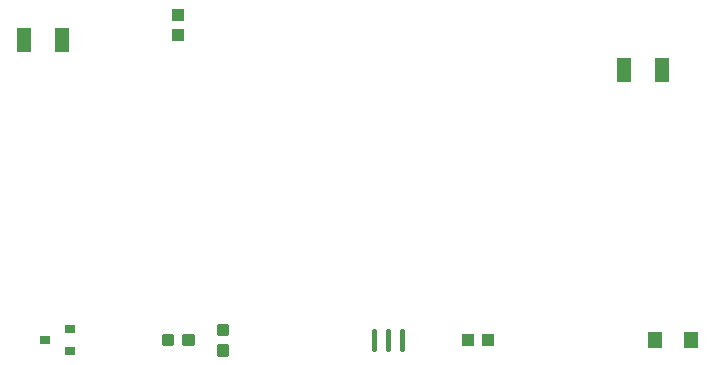
<source format=gtp>
G75*
%MOIN*%
%OFA0B0*%
%FSLAX25Y25*%
%IPPOS*%
%LPD*%
%AMOC8*
5,1,8,0,0,1.08239X$1,22.5*
%
%ADD10R,0.04724X0.07874*%
%ADD11C,0.01181*%
%ADD12R,0.04724X0.05512*%
%ADD13C,0.01772*%
%ADD14R,0.03543X0.03150*%
%ADD15R,0.03937X0.04331*%
%ADD16R,0.04331X0.03937*%
D10*
X0114701Y0121000D03*
X0127299Y0121000D03*
X0314701Y0111000D03*
X0327299Y0111000D03*
D11*
X0182378Y0023075D02*
X0179622Y0023075D01*
X0179622Y0025831D01*
X0182378Y0025831D01*
X0182378Y0023075D01*
X0182378Y0024255D02*
X0179622Y0024255D01*
X0179622Y0025435D02*
X0182378Y0025435D01*
X0170831Y0022378D02*
X0170831Y0019622D01*
X0168075Y0019622D01*
X0168075Y0022378D01*
X0170831Y0022378D01*
X0170831Y0020802D02*
X0168075Y0020802D01*
X0168075Y0021982D02*
X0170831Y0021982D01*
X0163925Y0022378D02*
X0163925Y0019622D01*
X0161169Y0019622D01*
X0161169Y0022378D01*
X0163925Y0022378D01*
X0163925Y0020802D02*
X0161169Y0020802D01*
X0161169Y0021982D02*
X0163925Y0021982D01*
X0179622Y0016169D02*
X0182378Y0016169D01*
X0179622Y0016169D02*
X0179622Y0018925D01*
X0182378Y0018925D01*
X0182378Y0016169D01*
X0182378Y0017349D02*
X0179622Y0017349D01*
X0179622Y0018529D02*
X0182378Y0018529D01*
D12*
X0325094Y0021000D03*
X0336906Y0021000D03*
D13*
X0240724Y0018136D02*
X0240724Y0023864D01*
X0236000Y0023864D02*
X0236000Y0018136D01*
X0231276Y0018136D02*
X0231276Y0023864D01*
D14*
X0121669Y0021000D03*
X0129937Y0017260D03*
X0129937Y0024740D03*
D15*
X0166000Y0122654D03*
X0166000Y0129346D03*
D16*
X0262654Y0021000D03*
X0269346Y0021000D03*
M02*

</source>
